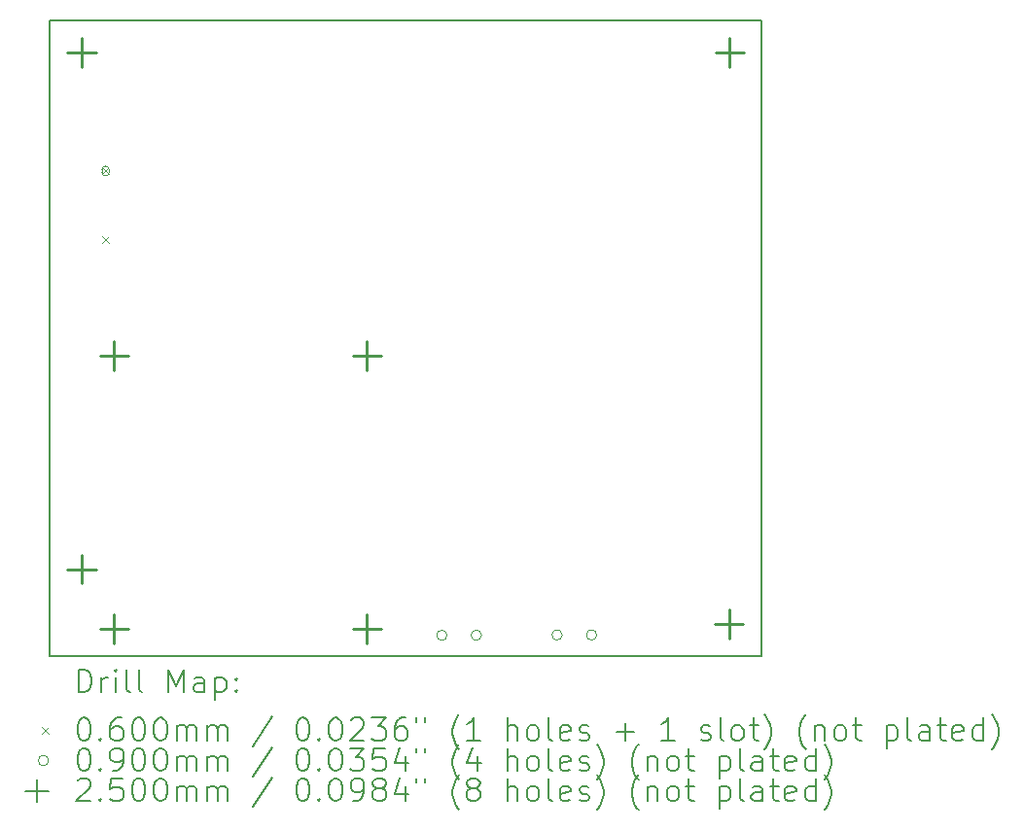
<source format=gbr>
%TF.GenerationSoftware,KiCad,Pcbnew,7.0.9-7.0.9~ubuntu22.04.1*%
%TF.CreationDate,2023-11-29T16:30:18+01:00*%
%TF.ProjectId,PD-LabSupply,50442d4c-6162-4537-9570-706c792e6b69,3.1*%
%TF.SameCoordinates,Original*%
%TF.FileFunction,Drillmap*%
%TF.FilePolarity,Positive*%
%FSLAX45Y45*%
G04 Gerber Fmt 4.5, Leading zero omitted, Abs format (unit mm)*
G04 Created by KiCad (PCBNEW 7.0.9-7.0.9~ubuntu22.04.1) date 2023-11-29 16:30:18*
%MOMM*%
%LPD*%
G01*
G04 APERTURE LIST*
%ADD10C,0.150000*%
%ADD11C,0.200000*%
%ADD12C,0.100000*%
%ADD13C,0.250000*%
G04 APERTURE END LIST*
D10*
X14216800Y-8754800D02*
X8016800Y-8754800D01*
X8016800Y-5704000D01*
X8016800Y-5654400D01*
X8016800Y-4130400D01*
X8016800Y-4030400D01*
X8016800Y-3220000D01*
X14216800Y-3220000D01*
X14216800Y-8754800D01*
D11*
D12*
X8475600Y-4501000D02*
X8535600Y-4561000D01*
X8535600Y-4501000D02*
X8475600Y-4561000D01*
X8535600Y-4543500D02*
X8535600Y-4518500D01*
X8535600Y-4518500D02*
G75*
G03*
X8475600Y-4518500I-30000J0D01*
G01*
X8475600Y-4518500D02*
X8475600Y-4543500D01*
X8475600Y-4543500D02*
G75*
G03*
X8535600Y-4543500I30000J0D01*
G01*
X8475600Y-5101000D02*
X8535600Y-5161000D01*
X8535600Y-5101000D02*
X8475600Y-5161000D01*
X11478700Y-8575800D02*
G75*
G03*
X11478700Y-8575800I-45000J0D01*
G01*
X11778700Y-8575800D02*
G75*
G03*
X11778700Y-8575800I-45000J0D01*
G01*
X12482000Y-8572500D02*
G75*
G03*
X12482000Y-8572500I-45000J0D01*
G01*
X12782000Y-8572500D02*
G75*
G03*
X12782000Y-8572500I-45000J0D01*
G01*
D13*
X8300000Y-3375000D02*
X8300000Y-3625000D01*
X8175000Y-3500000D02*
X8425000Y-3500000D01*
X8300000Y-7875000D02*
X8300000Y-8125000D01*
X8175000Y-8000000D02*
X8425000Y-8000000D01*
X8581240Y-6013400D02*
X8581240Y-6263400D01*
X8456240Y-6138400D02*
X8706240Y-6138400D01*
X8581240Y-8393400D02*
X8581240Y-8643400D01*
X8456240Y-8518400D02*
X8706240Y-8518400D01*
X10781240Y-6013400D02*
X10781240Y-6263400D01*
X10656240Y-6138400D02*
X10906240Y-6138400D01*
X10781240Y-8393400D02*
X10781240Y-8643400D01*
X10656240Y-8518400D02*
X10906240Y-8518400D01*
X13933200Y-8351000D02*
X13933200Y-8601000D01*
X13808200Y-8476000D02*
X14058200Y-8476000D01*
X13940000Y-3375000D02*
X13940000Y-3625000D01*
X13815000Y-3500000D02*
X14065000Y-3500000D01*
D11*
X8270077Y-9073784D02*
X8270077Y-8873784D01*
X8270077Y-8873784D02*
X8317696Y-8873784D01*
X8317696Y-8873784D02*
X8346267Y-8883308D01*
X8346267Y-8883308D02*
X8365315Y-8902355D01*
X8365315Y-8902355D02*
X8374839Y-8921403D01*
X8374839Y-8921403D02*
X8384362Y-8959498D01*
X8384362Y-8959498D02*
X8384362Y-8988070D01*
X8384362Y-8988070D02*
X8374839Y-9026165D01*
X8374839Y-9026165D02*
X8365315Y-9045212D01*
X8365315Y-9045212D02*
X8346267Y-9064260D01*
X8346267Y-9064260D02*
X8317696Y-9073784D01*
X8317696Y-9073784D02*
X8270077Y-9073784D01*
X8470077Y-9073784D02*
X8470077Y-8940450D01*
X8470077Y-8978546D02*
X8479601Y-8959498D01*
X8479601Y-8959498D02*
X8489124Y-8949974D01*
X8489124Y-8949974D02*
X8508172Y-8940450D01*
X8508172Y-8940450D02*
X8527220Y-8940450D01*
X8593886Y-9073784D02*
X8593886Y-8940450D01*
X8593886Y-8873784D02*
X8584363Y-8883308D01*
X8584363Y-8883308D02*
X8593886Y-8892831D01*
X8593886Y-8892831D02*
X8603410Y-8883308D01*
X8603410Y-8883308D02*
X8593886Y-8873784D01*
X8593886Y-8873784D02*
X8593886Y-8892831D01*
X8717696Y-9073784D02*
X8698648Y-9064260D01*
X8698648Y-9064260D02*
X8689124Y-9045212D01*
X8689124Y-9045212D02*
X8689124Y-8873784D01*
X8822458Y-9073784D02*
X8803410Y-9064260D01*
X8803410Y-9064260D02*
X8793886Y-9045212D01*
X8793886Y-9045212D02*
X8793886Y-8873784D01*
X9051029Y-9073784D02*
X9051029Y-8873784D01*
X9051029Y-8873784D02*
X9117696Y-9016641D01*
X9117696Y-9016641D02*
X9184363Y-8873784D01*
X9184363Y-8873784D02*
X9184363Y-9073784D01*
X9365315Y-9073784D02*
X9365315Y-8969022D01*
X9365315Y-8969022D02*
X9355791Y-8949974D01*
X9355791Y-8949974D02*
X9336744Y-8940450D01*
X9336744Y-8940450D02*
X9298648Y-8940450D01*
X9298648Y-8940450D02*
X9279601Y-8949974D01*
X9365315Y-9064260D02*
X9346267Y-9073784D01*
X9346267Y-9073784D02*
X9298648Y-9073784D01*
X9298648Y-9073784D02*
X9279601Y-9064260D01*
X9279601Y-9064260D02*
X9270077Y-9045212D01*
X9270077Y-9045212D02*
X9270077Y-9026165D01*
X9270077Y-9026165D02*
X9279601Y-9007117D01*
X9279601Y-9007117D02*
X9298648Y-8997593D01*
X9298648Y-8997593D02*
X9346267Y-8997593D01*
X9346267Y-8997593D02*
X9365315Y-8988070D01*
X9460553Y-8940450D02*
X9460553Y-9140450D01*
X9460553Y-8949974D02*
X9479601Y-8940450D01*
X9479601Y-8940450D02*
X9517696Y-8940450D01*
X9517696Y-8940450D02*
X9536744Y-8949974D01*
X9536744Y-8949974D02*
X9546267Y-8959498D01*
X9546267Y-8959498D02*
X9555791Y-8978546D01*
X9555791Y-8978546D02*
X9555791Y-9035689D01*
X9555791Y-9035689D02*
X9546267Y-9054736D01*
X9546267Y-9054736D02*
X9536744Y-9064260D01*
X9536744Y-9064260D02*
X9517696Y-9073784D01*
X9517696Y-9073784D02*
X9479601Y-9073784D01*
X9479601Y-9073784D02*
X9460553Y-9064260D01*
X9641505Y-9054736D02*
X9651029Y-9064260D01*
X9651029Y-9064260D02*
X9641505Y-9073784D01*
X9641505Y-9073784D02*
X9631982Y-9064260D01*
X9631982Y-9064260D02*
X9641505Y-9054736D01*
X9641505Y-9054736D02*
X9641505Y-9073784D01*
X9641505Y-8949974D02*
X9651029Y-8959498D01*
X9651029Y-8959498D02*
X9641505Y-8969022D01*
X9641505Y-8969022D02*
X9631982Y-8959498D01*
X9631982Y-8959498D02*
X9641505Y-8949974D01*
X9641505Y-8949974D02*
X9641505Y-8969022D01*
D12*
X7949300Y-9372300D02*
X8009300Y-9432300D01*
X8009300Y-9372300D02*
X7949300Y-9432300D01*
D11*
X8308172Y-9293784D02*
X8327220Y-9293784D01*
X8327220Y-9293784D02*
X8346267Y-9303308D01*
X8346267Y-9303308D02*
X8355791Y-9312831D01*
X8355791Y-9312831D02*
X8365315Y-9331879D01*
X8365315Y-9331879D02*
X8374839Y-9369974D01*
X8374839Y-9369974D02*
X8374839Y-9417593D01*
X8374839Y-9417593D02*
X8365315Y-9455689D01*
X8365315Y-9455689D02*
X8355791Y-9474736D01*
X8355791Y-9474736D02*
X8346267Y-9484260D01*
X8346267Y-9484260D02*
X8327220Y-9493784D01*
X8327220Y-9493784D02*
X8308172Y-9493784D01*
X8308172Y-9493784D02*
X8289124Y-9484260D01*
X8289124Y-9484260D02*
X8279601Y-9474736D01*
X8279601Y-9474736D02*
X8270077Y-9455689D01*
X8270077Y-9455689D02*
X8260553Y-9417593D01*
X8260553Y-9417593D02*
X8260553Y-9369974D01*
X8260553Y-9369974D02*
X8270077Y-9331879D01*
X8270077Y-9331879D02*
X8279601Y-9312831D01*
X8279601Y-9312831D02*
X8289124Y-9303308D01*
X8289124Y-9303308D02*
X8308172Y-9293784D01*
X8460553Y-9474736D02*
X8470077Y-9484260D01*
X8470077Y-9484260D02*
X8460553Y-9493784D01*
X8460553Y-9493784D02*
X8451029Y-9484260D01*
X8451029Y-9484260D02*
X8460553Y-9474736D01*
X8460553Y-9474736D02*
X8460553Y-9493784D01*
X8641505Y-9293784D02*
X8603410Y-9293784D01*
X8603410Y-9293784D02*
X8584363Y-9303308D01*
X8584363Y-9303308D02*
X8574839Y-9312831D01*
X8574839Y-9312831D02*
X8555791Y-9341403D01*
X8555791Y-9341403D02*
X8546267Y-9379498D01*
X8546267Y-9379498D02*
X8546267Y-9455689D01*
X8546267Y-9455689D02*
X8555791Y-9474736D01*
X8555791Y-9474736D02*
X8565315Y-9484260D01*
X8565315Y-9484260D02*
X8584363Y-9493784D01*
X8584363Y-9493784D02*
X8622458Y-9493784D01*
X8622458Y-9493784D02*
X8641505Y-9484260D01*
X8641505Y-9484260D02*
X8651029Y-9474736D01*
X8651029Y-9474736D02*
X8660553Y-9455689D01*
X8660553Y-9455689D02*
X8660553Y-9408070D01*
X8660553Y-9408070D02*
X8651029Y-9389022D01*
X8651029Y-9389022D02*
X8641505Y-9379498D01*
X8641505Y-9379498D02*
X8622458Y-9369974D01*
X8622458Y-9369974D02*
X8584363Y-9369974D01*
X8584363Y-9369974D02*
X8565315Y-9379498D01*
X8565315Y-9379498D02*
X8555791Y-9389022D01*
X8555791Y-9389022D02*
X8546267Y-9408070D01*
X8784363Y-9293784D02*
X8803410Y-9293784D01*
X8803410Y-9293784D02*
X8822458Y-9303308D01*
X8822458Y-9303308D02*
X8831982Y-9312831D01*
X8831982Y-9312831D02*
X8841505Y-9331879D01*
X8841505Y-9331879D02*
X8851029Y-9369974D01*
X8851029Y-9369974D02*
X8851029Y-9417593D01*
X8851029Y-9417593D02*
X8841505Y-9455689D01*
X8841505Y-9455689D02*
X8831982Y-9474736D01*
X8831982Y-9474736D02*
X8822458Y-9484260D01*
X8822458Y-9484260D02*
X8803410Y-9493784D01*
X8803410Y-9493784D02*
X8784363Y-9493784D01*
X8784363Y-9493784D02*
X8765315Y-9484260D01*
X8765315Y-9484260D02*
X8755791Y-9474736D01*
X8755791Y-9474736D02*
X8746267Y-9455689D01*
X8746267Y-9455689D02*
X8736744Y-9417593D01*
X8736744Y-9417593D02*
X8736744Y-9369974D01*
X8736744Y-9369974D02*
X8746267Y-9331879D01*
X8746267Y-9331879D02*
X8755791Y-9312831D01*
X8755791Y-9312831D02*
X8765315Y-9303308D01*
X8765315Y-9303308D02*
X8784363Y-9293784D01*
X8974839Y-9293784D02*
X8993886Y-9293784D01*
X8993886Y-9293784D02*
X9012934Y-9303308D01*
X9012934Y-9303308D02*
X9022458Y-9312831D01*
X9022458Y-9312831D02*
X9031982Y-9331879D01*
X9031982Y-9331879D02*
X9041505Y-9369974D01*
X9041505Y-9369974D02*
X9041505Y-9417593D01*
X9041505Y-9417593D02*
X9031982Y-9455689D01*
X9031982Y-9455689D02*
X9022458Y-9474736D01*
X9022458Y-9474736D02*
X9012934Y-9484260D01*
X9012934Y-9484260D02*
X8993886Y-9493784D01*
X8993886Y-9493784D02*
X8974839Y-9493784D01*
X8974839Y-9493784D02*
X8955791Y-9484260D01*
X8955791Y-9484260D02*
X8946267Y-9474736D01*
X8946267Y-9474736D02*
X8936744Y-9455689D01*
X8936744Y-9455689D02*
X8927220Y-9417593D01*
X8927220Y-9417593D02*
X8927220Y-9369974D01*
X8927220Y-9369974D02*
X8936744Y-9331879D01*
X8936744Y-9331879D02*
X8946267Y-9312831D01*
X8946267Y-9312831D02*
X8955791Y-9303308D01*
X8955791Y-9303308D02*
X8974839Y-9293784D01*
X9127220Y-9493784D02*
X9127220Y-9360450D01*
X9127220Y-9379498D02*
X9136744Y-9369974D01*
X9136744Y-9369974D02*
X9155791Y-9360450D01*
X9155791Y-9360450D02*
X9184363Y-9360450D01*
X9184363Y-9360450D02*
X9203410Y-9369974D01*
X9203410Y-9369974D02*
X9212934Y-9389022D01*
X9212934Y-9389022D02*
X9212934Y-9493784D01*
X9212934Y-9389022D02*
X9222458Y-9369974D01*
X9222458Y-9369974D02*
X9241505Y-9360450D01*
X9241505Y-9360450D02*
X9270077Y-9360450D01*
X9270077Y-9360450D02*
X9289125Y-9369974D01*
X9289125Y-9369974D02*
X9298648Y-9389022D01*
X9298648Y-9389022D02*
X9298648Y-9493784D01*
X9393886Y-9493784D02*
X9393886Y-9360450D01*
X9393886Y-9379498D02*
X9403410Y-9369974D01*
X9403410Y-9369974D02*
X9422458Y-9360450D01*
X9422458Y-9360450D02*
X9451029Y-9360450D01*
X9451029Y-9360450D02*
X9470077Y-9369974D01*
X9470077Y-9369974D02*
X9479601Y-9389022D01*
X9479601Y-9389022D02*
X9479601Y-9493784D01*
X9479601Y-9389022D02*
X9489125Y-9369974D01*
X9489125Y-9369974D02*
X9508172Y-9360450D01*
X9508172Y-9360450D02*
X9536744Y-9360450D01*
X9536744Y-9360450D02*
X9555791Y-9369974D01*
X9555791Y-9369974D02*
X9565315Y-9389022D01*
X9565315Y-9389022D02*
X9565315Y-9493784D01*
X9955791Y-9284260D02*
X9784363Y-9541403D01*
X10212934Y-9293784D02*
X10231982Y-9293784D01*
X10231982Y-9293784D02*
X10251029Y-9303308D01*
X10251029Y-9303308D02*
X10260553Y-9312831D01*
X10260553Y-9312831D02*
X10270077Y-9331879D01*
X10270077Y-9331879D02*
X10279601Y-9369974D01*
X10279601Y-9369974D02*
X10279601Y-9417593D01*
X10279601Y-9417593D02*
X10270077Y-9455689D01*
X10270077Y-9455689D02*
X10260553Y-9474736D01*
X10260553Y-9474736D02*
X10251029Y-9484260D01*
X10251029Y-9484260D02*
X10231982Y-9493784D01*
X10231982Y-9493784D02*
X10212934Y-9493784D01*
X10212934Y-9493784D02*
X10193887Y-9484260D01*
X10193887Y-9484260D02*
X10184363Y-9474736D01*
X10184363Y-9474736D02*
X10174839Y-9455689D01*
X10174839Y-9455689D02*
X10165315Y-9417593D01*
X10165315Y-9417593D02*
X10165315Y-9369974D01*
X10165315Y-9369974D02*
X10174839Y-9331879D01*
X10174839Y-9331879D02*
X10184363Y-9312831D01*
X10184363Y-9312831D02*
X10193887Y-9303308D01*
X10193887Y-9303308D02*
X10212934Y-9293784D01*
X10365315Y-9474736D02*
X10374839Y-9484260D01*
X10374839Y-9484260D02*
X10365315Y-9493784D01*
X10365315Y-9493784D02*
X10355791Y-9484260D01*
X10355791Y-9484260D02*
X10365315Y-9474736D01*
X10365315Y-9474736D02*
X10365315Y-9493784D01*
X10498648Y-9293784D02*
X10517696Y-9293784D01*
X10517696Y-9293784D02*
X10536744Y-9303308D01*
X10536744Y-9303308D02*
X10546268Y-9312831D01*
X10546268Y-9312831D02*
X10555791Y-9331879D01*
X10555791Y-9331879D02*
X10565315Y-9369974D01*
X10565315Y-9369974D02*
X10565315Y-9417593D01*
X10565315Y-9417593D02*
X10555791Y-9455689D01*
X10555791Y-9455689D02*
X10546268Y-9474736D01*
X10546268Y-9474736D02*
X10536744Y-9484260D01*
X10536744Y-9484260D02*
X10517696Y-9493784D01*
X10517696Y-9493784D02*
X10498648Y-9493784D01*
X10498648Y-9493784D02*
X10479601Y-9484260D01*
X10479601Y-9484260D02*
X10470077Y-9474736D01*
X10470077Y-9474736D02*
X10460553Y-9455689D01*
X10460553Y-9455689D02*
X10451029Y-9417593D01*
X10451029Y-9417593D02*
X10451029Y-9369974D01*
X10451029Y-9369974D02*
X10460553Y-9331879D01*
X10460553Y-9331879D02*
X10470077Y-9312831D01*
X10470077Y-9312831D02*
X10479601Y-9303308D01*
X10479601Y-9303308D02*
X10498648Y-9293784D01*
X10641506Y-9312831D02*
X10651029Y-9303308D01*
X10651029Y-9303308D02*
X10670077Y-9293784D01*
X10670077Y-9293784D02*
X10717696Y-9293784D01*
X10717696Y-9293784D02*
X10736744Y-9303308D01*
X10736744Y-9303308D02*
X10746268Y-9312831D01*
X10746268Y-9312831D02*
X10755791Y-9331879D01*
X10755791Y-9331879D02*
X10755791Y-9350927D01*
X10755791Y-9350927D02*
X10746268Y-9379498D01*
X10746268Y-9379498D02*
X10631982Y-9493784D01*
X10631982Y-9493784D02*
X10755791Y-9493784D01*
X10822458Y-9293784D02*
X10946268Y-9293784D01*
X10946268Y-9293784D02*
X10879601Y-9369974D01*
X10879601Y-9369974D02*
X10908172Y-9369974D01*
X10908172Y-9369974D02*
X10927220Y-9379498D01*
X10927220Y-9379498D02*
X10936744Y-9389022D01*
X10936744Y-9389022D02*
X10946268Y-9408070D01*
X10946268Y-9408070D02*
X10946268Y-9455689D01*
X10946268Y-9455689D02*
X10936744Y-9474736D01*
X10936744Y-9474736D02*
X10927220Y-9484260D01*
X10927220Y-9484260D02*
X10908172Y-9493784D01*
X10908172Y-9493784D02*
X10851029Y-9493784D01*
X10851029Y-9493784D02*
X10831982Y-9484260D01*
X10831982Y-9484260D02*
X10822458Y-9474736D01*
X11117696Y-9293784D02*
X11079601Y-9293784D01*
X11079601Y-9293784D02*
X11060553Y-9303308D01*
X11060553Y-9303308D02*
X11051029Y-9312831D01*
X11051029Y-9312831D02*
X11031982Y-9341403D01*
X11031982Y-9341403D02*
X11022458Y-9379498D01*
X11022458Y-9379498D02*
X11022458Y-9455689D01*
X11022458Y-9455689D02*
X11031982Y-9474736D01*
X11031982Y-9474736D02*
X11041506Y-9484260D01*
X11041506Y-9484260D02*
X11060553Y-9493784D01*
X11060553Y-9493784D02*
X11098649Y-9493784D01*
X11098649Y-9493784D02*
X11117696Y-9484260D01*
X11117696Y-9484260D02*
X11127220Y-9474736D01*
X11127220Y-9474736D02*
X11136744Y-9455689D01*
X11136744Y-9455689D02*
X11136744Y-9408070D01*
X11136744Y-9408070D02*
X11127220Y-9389022D01*
X11127220Y-9389022D02*
X11117696Y-9379498D01*
X11117696Y-9379498D02*
X11098649Y-9369974D01*
X11098649Y-9369974D02*
X11060553Y-9369974D01*
X11060553Y-9369974D02*
X11041506Y-9379498D01*
X11041506Y-9379498D02*
X11031982Y-9389022D01*
X11031982Y-9389022D02*
X11022458Y-9408070D01*
X11212934Y-9293784D02*
X11212934Y-9331879D01*
X11289125Y-9293784D02*
X11289125Y-9331879D01*
X11584363Y-9569974D02*
X11574839Y-9560450D01*
X11574839Y-9560450D02*
X11555791Y-9531879D01*
X11555791Y-9531879D02*
X11546268Y-9512831D01*
X11546268Y-9512831D02*
X11536744Y-9484260D01*
X11536744Y-9484260D02*
X11527220Y-9436641D01*
X11527220Y-9436641D02*
X11527220Y-9398546D01*
X11527220Y-9398546D02*
X11536744Y-9350927D01*
X11536744Y-9350927D02*
X11546268Y-9322355D01*
X11546268Y-9322355D02*
X11555791Y-9303308D01*
X11555791Y-9303308D02*
X11574839Y-9274736D01*
X11574839Y-9274736D02*
X11584363Y-9265212D01*
X11765315Y-9493784D02*
X11651029Y-9493784D01*
X11708172Y-9493784D02*
X11708172Y-9293784D01*
X11708172Y-9293784D02*
X11689125Y-9322355D01*
X11689125Y-9322355D02*
X11670077Y-9341403D01*
X11670077Y-9341403D02*
X11651029Y-9350927D01*
X12003410Y-9493784D02*
X12003410Y-9293784D01*
X12089125Y-9493784D02*
X12089125Y-9389022D01*
X12089125Y-9389022D02*
X12079601Y-9369974D01*
X12079601Y-9369974D02*
X12060553Y-9360450D01*
X12060553Y-9360450D02*
X12031982Y-9360450D01*
X12031982Y-9360450D02*
X12012934Y-9369974D01*
X12012934Y-9369974D02*
X12003410Y-9379498D01*
X12212934Y-9493784D02*
X12193887Y-9484260D01*
X12193887Y-9484260D02*
X12184363Y-9474736D01*
X12184363Y-9474736D02*
X12174839Y-9455689D01*
X12174839Y-9455689D02*
X12174839Y-9398546D01*
X12174839Y-9398546D02*
X12184363Y-9379498D01*
X12184363Y-9379498D02*
X12193887Y-9369974D01*
X12193887Y-9369974D02*
X12212934Y-9360450D01*
X12212934Y-9360450D02*
X12241506Y-9360450D01*
X12241506Y-9360450D02*
X12260553Y-9369974D01*
X12260553Y-9369974D02*
X12270077Y-9379498D01*
X12270077Y-9379498D02*
X12279601Y-9398546D01*
X12279601Y-9398546D02*
X12279601Y-9455689D01*
X12279601Y-9455689D02*
X12270077Y-9474736D01*
X12270077Y-9474736D02*
X12260553Y-9484260D01*
X12260553Y-9484260D02*
X12241506Y-9493784D01*
X12241506Y-9493784D02*
X12212934Y-9493784D01*
X12393887Y-9493784D02*
X12374839Y-9484260D01*
X12374839Y-9484260D02*
X12365315Y-9465212D01*
X12365315Y-9465212D02*
X12365315Y-9293784D01*
X12546268Y-9484260D02*
X12527220Y-9493784D01*
X12527220Y-9493784D02*
X12489125Y-9493784D01*
X12489125Y-9493784D02*
X12470077Y-9484260D01*
X12470077Y-9484260D02*
X12460553Y-9465212D01*
X12460553Y-9465212D02*
X12460553Y-9389022D01*
X12460553Y-9389022D02*
X12470077Y-9369974D01*
X12470077Y-9369974D02*
X12489125Y-9360450D01*
X12489125Y-9360450D02*
X12527220Y-9360450D01*
X12527220Y-9360450D02*
X12546268Y-9369974D01*
X12546268Y-9369974D02*
X12555791Y-9389022D01*
X12555791Y-9389022D02*
X12555791Y-9408070D01*
X12555791Y-9408070D02*
X12460553Y-9427117D01*
X12631982Y-9484260D02*
X12651030Y-9493784D01*
X12651030Y-9493784D02*
X12689125Y-9493784D01*
X12689125Y-9493784D02*
X12708172Y-9484260D01*
X12708172Y-9484260D02*
X12717696Y-9465212D01*
X12717696Y-9465212D02*
X12717696Y-9455689D01*
X12717696Y-9455689D02*
X12708172Y-9436641D01*
X12708172Y-9436641D02*
X12689125Y-9427117D01*
X12689125Y-9427117D02*
X12660553Y-9427117D01*
X12660553Y-9427117D02*
X12641506Y-9417593D01*
X12641506Y-9417593D02*
X12631982Y-9398546D01*
X12631982Y-9398546D02*
X12631982Y-9389022D01*
X12631982Y-9389022D02*
X12641506Y-9369974D01*
X12641506Y-9369974D02*
X12660553Y-9360450D01*
X12660553Y-9360450D02*
X12689125Y-9360450D01*
X12689125Y-9360450D02*
X12708172Y-9369974D01*
X12955792Y-9417593D02*
X13108173Y-9417593D01*
X13031982Y-9493784D02*
X13031982Y-9341403D01*
X13460553Y-9493784D02*
X13346268Y-9493784D01*
X13403411Y-9493784D02*
X13403411Y-9293784D01*
X13403411Y-9293784D02*
X13384363Y-9322355D01*
X13384363Y-9322355D02*
X13365315Y-9341403D01*
X13365315Y-9341403D02*
X13346268Y-9350927D01*
X13689125Y-9484260D02*
X13708173Y-9493784D01*
X13708173Y-9493784D02*
X13746268Y-9493784D01*
X13746268Y-9493784D02*
X13765315Y-9484260D01*
X13765315Y-9484260D02*
X13774839Y-9465212D01*
X13774839Y-9465212D02*
X13774839Y-9455689D01*
X13774839Y-9455689D02*
X13765315Y-9436641D01*
X13765315Y-9436641D02*
X13746268Y-9427117D01*
X13746268Y-9427117D02*
X13717696Y-9427117D01*
X13717696Y-9427117D02*
X13698649Y-9417593D01*
X13698649Y-9417593D02*
X13689125Y-9398546D01*
X13689125Y-9398546D02*
X13689125Y-9389022D01*
X13689125Y-9389022D02*
X13698649Y-9369974D01*
X13698649Y-9369974D02*
X13717696Y-9360450D01*
X13717696Y-9360450D02*
X13746268Y-9360450D01*
X13746268Y-9360450D02*
X13765315Y-9369974D01*
X13889125Y-9493784D02*
X13870077Y-9484260D01*
X13870077Y-9484260D02*
X13860554Y-9465212D01*
X13860554Y-9465212D02*
X13860554Y-9293784D01*
X13993887Y-9493784D02*
X13974839Y-9484260D01*
X13974839Y-9484260D02*
X13965315Y-9474736D01*
X13965315Y-9474736D02*
X13955792Y-9455689D01*
X13955792Y-9455689D02*
X13955792Y-9398546D01*
X13955792Y-9398546D02*
X13965315Y-9379498D01*
X13965315Y-9379498D02*
X13974839Y-9369974D01*
X13974839Y-9369974D02*
X13993887Y-9360450D01*
X13993887Y-9360450D02*
X14022458Y-9360450D01*
X14022458Y-9360450D02*
X14041506Y-9369974D01*
X14041506Y-9369974D02*
X14051030Y-9379498D01*
X14051030Y-9379498D02*
X14060554Y-9398546D01*
X14060554Y-9398546D02*
X14060554Y-9455689D01*
X14060554Y-9455689D02*
X14051030Y-9474736D01*
X14051030Y-9474736D02*
X14041506Y-9484260D01*
X14041506Y-9484260D02*
X14022458Y-9493784D01*
X14022458Y-9493784D02*
X13993887Y-9493784D01*
X14117696Y-9360450D02*
X14193887Y-9360450D01*
X14146268Y-9293784D02*
X14146268Y-9465212D01*
X14146268Y-9465212D02*
X14155792Y-9484260D01*
X14155792Y-9484260D02*
X14174839Y-9493784D01*
X14174839Y-9493784D02*
X14193887Y-9493784D01*
X14241506Y-9569974D02*
X14251030Y-9560450D01*
X14251030Y-9560450D02*
X14270077Y-9531879D01*
X14270077Y-9531879D02*
X14279601Y-9512831D01*
X14279601Y-9512831D02*
X14289125Y-9484260D01*
X14289125Y-9484260D02*
X14298649Y-9436641D01*
X14298649Y-9436641D02*
X14298649Y-9398546D01*
X14298649Y-9398546D02*
X14289125Y-9350927D01*
X14289125Y-9350927D02*
X14279601Y-9322355D01*
X14279601Y-9322355D02*
X14270077Y-9303308D01*
X14270077Y-9303308D02*
X14251030Y-9274736D01*
X14251030Y-9274736D02*
X14241506Y-9265212D01*
X14603411Y-9569974D02*
X14593887Y-9560450D01*
X14593887Y-9560450D02*
X14574839Y-9531879D01*
X14574839Y-9531879D02*
X14565315Y-9512831D01*
X14565315Y-9512831D02*
X14555792Y-9484260D01*
X14555792Y-9484260D02*
X14546268Y-9436641D01*
X14546268Y-9436641D02*
X14546268Y-9398546D01*
X14546268Y-9398546D02*
X14555792Y-9350927D01*
X14555792Y-9350927D02*
X14565315Y-9322355D01*
X14565315Y-9322355D02*
X14574839Y-9303308D01*
X14574839Y-9303308D02*
X14593887Y-9274736D01*
X14593887Y-9274736D02*
X14603411Y-9265212D01*
X14679601Y-9360450D02*
X14679601Y-9493784D01*
X14679601Y-9379498D02*
X14689125Y-9369974D01*
X14689125Y-9369974D02*
X14708173Y-9360450D01*
X14708173Y-9360450D02*
X14736744Y-9360450D01*
X14736744Y-9360450D02*
X14755792Y-9369974D01*
X14755792Y-9369974D02*
X14765315Y-9389022D01*
X14765315Y-9389022D02*
X14765315Y-9493784D01*
X14889125Y-9493784D02*
X14870077Y-9484260D01*
X14870077Y-9484260D02*
X14860554Y-9474736D01*
X14860554Y-9474736D02*
X14851030Y-9455689D01*
X14851030Y-9455689D02*
X14851030Y-9398546D01*
X14851030Y-9398546D02*
X14860554Y-9379498D01*
X14860554Y-9379498D02*
X14870077Y-9369974D01*
X14870077Y-9369974D02*
X14889125Y-9360450D01*
X14889125Y-9360450D02*
X14917696Y-9360450D01*
X14917696Y-9360450D02*
X14936744Y-9369974D01*
X14936744Y-9369974D02*
X14946268Y-9379498D01*
X14946268Y-9379498D02*
X14955792Y-9398546D01*
X14955792Y-9398546D02*
X14955792Y-9455689D01*
X14955792Y-9455689D02*
X14946268Y-9474736D01*
X14946268Y-9474736D02*
X14936744Y-9484260D01*
X14936744Y-9484260D02*
X14917696Y-9493784D01*
X14917696Y-9493784D02*
X14889125Y-9493784D01*
X15012935Y-9360450D02*
X15089125Y-9360450D01*
X15041506Y-9293784D02*
X15041506Y-9465212D01*
X15041506Y-9465212D02*
X15051030Y-9484260D01*
X15051030Y-9484260D02*
X15070077Y-9493784D01*
X15070077Y-9493784D02*
X15089125Y-9493784D01*
X15308173Y-9360450D02*
X15308173Y-9560450D01*
X15308173Y-9369974D02*
X15327220Y-9360450D01*
X15327220Y-9360450D02*
X15365316Y-9360450D01*
X15365316Y-9360450D02*
X15384363Y-9369974D01*
X15384363Y-9369974D02*
X15393887Y-9379498D01*
X15393887Y-9379498D02*
X15403411Y-9398546D01*
X15403411Y-9398546D02*
X15403411Y-9455689D01*
X15403411Y-9455689D02*
X15393887Y-9474736D01*
X15393887Y-9474736D02*
X15384363Y-9484260D01*
X15384363Y-9484260D02*
X15365316Y-9493784D01*
X15365316Y-9493784D02*
X15327220Y-9493784D01*
X15327220Y-9493784D02*
X15308173Y-9484260D01*
X15517696Y-9493784D02*
X15498649Y-9484260D01*
X15498649Y-9484260D02*
X15489125Y-9465212D01*
X15489125Y-9465212D02*
X15489125Y-9293784D01*
X15679601Y-9493784D02*
X15679601Y-9389022D01*
X15679601Y-9389022D02*
X15670077Y-9369974D01*
X15670077Y-9369974D02*
X15651030Y-9360450D01*
X15651030Y-9360450D02*
X15612935Y-9360450D01*
X15612935Y-9360450D02*
X15593887Y-9369974D01*
X15679601Y-9484260D02*
X15660554Y-9493784D01*
X15660554Y-9493784D02*
X15612935Y-9493784D01*
X15612935Y-9493784D02*
X15593887Y-9484260D01*
X15593887Y-9484260D02*
X15584363Y-9465212D01*
X15584363Y-9465212D02*
X15584363Y-9446165D01*
X15584363Y-9446165D02*
X15593887Y-9427117D01*
X15593887Y-9427117D02*
X15612935Y-9417593D01*
X15612935Y-9417593D02*
X15660554Y-9417593D01*
X15660554Y-9417593D02*
X15679601Y-9408070D01*
X15746268Y-9360450D02*
X15822458Y-9360450D01*
X15774839Y-9293784D02*
X15774839Y-9465212D01*
X15774839Y-9465212D02*
X15784363Y-9484260D01*
X15784363Y-9484260D02*
X15803411Y-9493784D01*
X15803411Y-9493784D02*
X15822458Y-9493784D01*
X15965316Y-9484260D02*
X15946268Y-9493784D01*
X15946268Y-9493784D02*
X15908173Y-9493784D01*
X15908173Y-9493784D02*
X15889125Y-9484260D01*
X15889125Y-9484260D02*
X15879601Y-9465212D01*
X15879601Y-9465212D02*
X15879601Y-9389022D01*
X15879601Y-9389022D02*
X15889125Y-9369974D01*
X15889125Y-9369974D02*
X15908173Y-9360450D01*
X15908173Y-9360450D02*
X15946268Y-9360450D01*
X15946268Y-9360450D02*
X15965316Y-9369974D01*
X15965316Y-9369974D02*
X15974839Y-9389022D01*
X15974839Y-9389022D02*
X15974839Y-9408070D01*
X15974839Y-9408070D02*
X15879601Y-9427117D01*
X16146268Y-9493784D02*
X16146268Y-9293784D01*
X16146268Y-9484260D02*
X16127220Y-9493784D01*
X16127220Y-9493784D02*
X16089125Y-9493784D01*
X16089125Y-9493784D02*
X16070077Y-9484260D01*
X16070077Y-9484260D02*
X16060554Y-9474736D01*
X16060554Y-9474736D02*
X16051030Y-9455689D01*
X16051030Y-9455689D02*
X16051030Y-9398546D01*
X16051030Y-9398546D02*
X16060554Y-9379498D01*
X16060554Y-9379498D02*
X16070077Y-9369974D01*
X16070077Y-9369974D02*
X16089125Y-9360450D01*
X16089125Y-9360450D02*
X16127220Y-9360450D01*
X16127220Y-9360450D02*
X16146268Y-9369974D01*
X16222458Y-9569974D02*
X16231982Y-9560450D01*
X16231982Y-9560450D02*
X16251030Y-9531879D01*
X16251030Y-9531879D02*
X16260554Y-9512831D01*
X16260554Y-9512831D02*
X16270077Y-9484260D01*
X16270077Y-9484260D02*
X16279601Y-9436641D01*
X16279601Y-9436641D02*
X16279601Y-9398546D01*
X16279601Y-9398546D02*
X16270077Y-9350927D01*
X16270077Y-9350927D02*
X16260554Y-9322355D01*
X16260554Y-9322355D02*
X16251030Y-9303308D01*
X16251030Y-9303308D02*
X16231982Y-9274736D01*
X16231982Y-9274736D02*
X16222458Y-9265212D01*
D12*
X8009300Y-9666300D02*
G75*
G03*
X8009300Y-9666300I-45000J0D01*
G01*
D11*
X8308172Y-9557784D02*
X8327220Y-9557784D01*
X8327220Y-9557784D02*
X8346267Y-9567308D01*
X8346267Y-9567308D02*
X8355791Y-9576831D01*
X8355791Y-9576831D02*
X8365315Y-9595879D01*
X8365315Y-9595879D02*
X8374839Y-9633974D01*
X8374839Y-9633974D02*
X8374839Y-9681593D01*
X8374839Y-9681593D02*
X8365315Y-9719689D01*
X8365315Y-9719689D02*
X8355791Y-9738736D01*
X8355791Y-9738736D02*
X8346267Y-9748260D01*
X8346267Y-9748260D02*
X8327220Y-9757784D01*
X8327220Y-9757784D02*
X8308172Y-9757784D01*
X8308172Y-9757784D02*
X8289124Y-9748260D01*
X8289124Y-9748260D02*
X8279601Y-9738736D01*
X8279601Y-9738736D02*
X8270077Y-9719689D01*
X8270077Y-9719689D02*
X8260553Y-9681593D01*
X8260553Y-9681593D02*
X8260553Y-9633974D01*
X8260553Y-9633974D02*
X8270077Y-9595879D01*
X8270077Y-9595879D02*
X8279601Y-9576831D01*
X8279601Y-9576831D02*
X8289124Y-9567308D01*
X8289124Y-9567308D02*
X8308172Y-9557784D01*
X8460553Y-9738736D02*
X8470077Y-9748260D01*
X8470077Y-9748260D02*
X8460553Y-9757784D01*
X8460553Y-9757784D02*
X8451029Y-9748260D01*
X8451029Y-9748260D02*
X8460553Y-9738736D01*
X8460553Y-9738736D02*
X8460553Y-9757784D01*
X8565315Y-9757784D02*
X8603410Y-9757784D01*
X8603410Y-9757784D02*
X8622458Y-9748260D01*
X8622458Y-9748260D02*
X8631982Y-9738736D01*
X8631982Y-9738736D02*
X8651029Y-9710165D01*
X8651029Y-9710165D02*
X8660553Y-9672070D01*
X8660553Y-9672070D02*
X8660553Y-9595879D01*
X8660553Y-9595879D02*
X8651029Y-9576831D01*
X8651029Y-9576831D02*
X8641505Y-9567308D01*
X8641505Y-9567308D02*
X8622458Y-9557784D01*
X8622458Y-9557784D02*
X8584363Y-9557784D01*
X8584363Y-9557784D02*
X8565315Y-9567308D01*
X8565315Y-9567308D02*
X8555791Y-9576831D01*
X8555791Y-9576831D02*
X8546267Y-9595879D01*
X8546267Y-9595879D02*
X8546267Y-9643498D01*
X8546267Y-9643498D02*
X8555791Y-9662546D01*
X8555791Y-9662546D02*
X8565315Y-9672070D01*
X8565315Y-9672070D02*
X8584363Y-9681593D01*
X8584363Y-9681593D02*
X8622458Y-9681593D01*
X8622458Y-9681593D02*
X8641505Y-9672070D01*
X8641505Y-9672070D02*
X8651029Y-9662546D01*
X8651029Y-9662546D02*
X8660553Y-9643498D01*
X8784363Y-9557784D02*
X8803410Y-9557784D01*
X8803410Y-9557784D02*
X8822458Y-9567308D01*
X8822458Y-9567308D02*
X8831982Y-9576831D01*
X8831982Y-9576831D02*
X8841505Y-9595879D01*
X8841505Y-9595879D02*
X8851029Y-9633974D01*
X8851029Y-9633974D02*
X8851029Y-9681593D01*
X8851029Y-9681593D02*
X8841505Y-9719689D01*
X8841505Y-9719689D02*
X8831982Y-9738736D01*
X8831982Y-9738736D02*
X8822458Y-9748260D01*
X8822458Y-9748260D02*
X8803410Y-9757784D01*
X8803410Y-9757784D02*
X8784363Y-9757784D01*
X8784363Y-9757784D02*
X8765315Y-9748260D01*
X8765315Y-9748260D02*
X8755791Y-9738736D01*
X8755791Y-9738736D02*
X8746267Y-9719689D01*
X8746267Y-9719689D02*
X8736744Y-9681593D01*
X8736744Y-9681593D02*
X8736744Y-9633974D01*
X8736744Y-9633974D02*
X8746267Y-9595879D01*
X8746267Y-9595879D02*
X8755791Y-9576831D01*
X8755791Y-9576831D02*
X8765315Y-9567308D01*
X8765315Y-9567308D02*
X8784363Y-9557784D01*
X8974839Y-9557784D02*
X8993886Y-9557784D01*
X8993886Y-9557784D02*
X9012934Y-9567308D01*
X9012934Y-9567308D02*
X9022458Y-9576831D01*
X9022458Y-9576831D02*
X9031982Y-9595879D01*
X9031982Y-9595879D02*
X9041505Y-9633974D01*
X9041505Y-9633974D02*
X9041505Y-9681593D01*
X9041505Y-9681593D02*
X9031982Y-9719689D01*
X9031982Y-9719689D02*
X9022458Y-9738736D01*
X9022458Y-9738736D02*
X9012934Y-9748260D01*
X9012934Y-9748260D02*
X8993886Y-9757784D01*
X8993886Y-9757784D02*
X8974839Y-9757784D01*
X8974839Y-9757784D02*
X8955791Y-9748260D01*
X8955791Y-9748260D02*
X8946267Y-9738736D01*
X8946267Y-9738736D02*
X8936744Y-9719689D01*
X8936744Y-9719689D02*
X8927220Y-9681593D01*
X8927220Y-9681593D02*
X8927220Y-9633974D01*
X8927220Y-9633974D02*
X8936744Y-9595879D01*
X8936744Y-9595879D02*
X8946267Y-9576831D01*
X8946267Y-9576831D02*
X8955791Y-9567308D01*
X8955791Y-9567308D02*
X8974839Y-9557784D01*
X9127220Y-9757784D02*
X9127220Y-9624450D01*
X9127220Y-9643498D02*
X9136744Y-9633974D01*
X9136744Y-9633974D02*
X9155791Y-9624450D01*
X9155791Y-9624450D02*
X9184363Y-9624450D01*
X9184363Y-9624450D02*
X9203410Y-9633974D01*
X9203410Y-9633974D02*
X9212934Y-9653022D01*
X9212934Y-9653022D02*
X9212934Y-9757784D01*
X9212934Y-9653022D02*
X9222458Y-9633974D01*
X9222458Y-9633974D02*
X9241505Y-9624450D01*
X9241505Y-9624450D02*
X9270077Y-9624450D01*
X9270077Y-9624450D02*
X9289125Y-9633974D01*
X9289125Y-9633974D02*
X9298648Y-9653022D01*
X9298648Y-9653022D02*
X9298648Y-9757784D01*
X9393886Y-9757784D02*
X9393886Y-9624450D01*
X9393886Y-9643498D02*
X9403410Y-9633974D01*
X9403410Y-9633974D02*
X9422458Y-9624450D01*
X9422458Y-9624450D02*
X9451029Y-9624450D01*
X9451029Y-9624450D02*
X9470077Y-9633974D01*
X9470077Y-9633974D02*
X9479601Y-9653022D01*
X9479601Y-9653022D02*
X9479601Y-9757784D01*
X9479601Y-9653022D02*
X9489125Y-9633974D01*
X9489125Y-9633974D02*
X9508172Y-9624450D01*
X9508172Y-9624450D02*
X9536744Y-9624450D01*
X9536744Y-9624450D02*
X9555791Y-9633974D01*
X9555791Y-9633974D02*
X9565315Y-9653022D01*
X9565315Y-9653022D02*
X9565315Y-9757784D01*
X9955791Y-9548260D02*
X9784363Y-9805403D01*
X10212934Y-9557784D02*
X10231982Y-9557784D01*
X10231982Y-9557784D02*
X10251029Y-9567308D01*
X10251029Y-9567308D02*
X10260553Y-9576831D01*
X10260553Y-9576831D02*
X10270077Y-9595879D01*
X10270077Y-9595879D02*
X10279601Y-9633974D01*
X10279601Y-9633974D02*
X10279601Y-9681593D01*
X10279601Y-9681593D02*
X10270077Y-9719689D01*
X10270077Y-9719689D02*
X10260553Y-9738736D01*
X10260553Y-9738736D02*
X10251029Y-9748260D01*
X10251029Y-9748260D02*
X10231982Y-9757784D01*
X10231982Y-9757784D02*
X10212934Y-9757784D01*
X10212934Y-9757784D02*
X10193887Y-9748260D01*
X10193887Y-9748260D02*
X10184363Y-9738736D01*
X10184363Y-9738736D02*
X10174839Y-9719689D01*
X10174839Y-9719689D02*
X10165315Y-9681593D01*
X10165315Y-9681593D02*
X10165315Y-9633974D01*
X10165315Y-9633974D02*
X10174839Y-9595879D01*
X10174839Y-9595879D02*
X10184363Y-9576831D01*
X10184363Y-9576831D02*
X10193887Y-9567308D01*
X10193887Y-9567308D02*
X10212934Y-9557784D01*
X10365315Y-9738736D02*
X10374839Y-9748260D01*
X10374839Y-9748260D02*
X10365315Y-9757784D01*
X10365315Y-9757784D02*
X10355791Y-9748260D01*
X10355791Y-9748260D02*
X10365315Y-9738736D01*
X10365315Y-9738736D02*
X10365315Y-9757784D01*
X10498648Y-9557784D02*
X10517696Y-9557784D01*
X10517696Y-9557784D02*
X10536744Y-9567308D01*
X10536744Y-9567308D02*
X10546268Y-9576831D01*
X10546268Y-9576831D02*
X10555791Y-9595879D01*
X10555791Y-9595879D02*
X10565315Y-9633974D01*
X10565315Y-9633974D02*
X10565315Y-9681593D01*
X10565315Y-9681593D02*
X10555791Y-9719689D01*
X10555791Y-9719689D02*
X10546268Y-9738736D01*
X10546268Y-9738736D02*
X10536744Y-9748260D01*
X10536744Y-9748260D02*
X10517696Y-9757784D01*
X10517696Y-9757784D02*
X10498648Y-9757784D01*
X10498648Y-9757784D02*
X10479601Y-9748260D01*
X10479601Y-9748260D02*
X10470077Y-9738736D01*
X10470077Y-9738736D02*
X10460553Y-9719689D01*
X10460553Y-9719689D02*
X10451029Y-9681593D01*
X10451029Y-9681593D02*
X10451029Y-9633974D01*
X10451029Y-9633974D02*
X10460553Y-9595879D01*
X10460553Y-9595879D02*
X10470077Y-9576831D01*
X10470077Y-9576831D02*
X10479601Y-9567308D01*
X10479601Y-9567308D02*
X10498648Y-9557784D01*
X10631982Y-9557784D02*
X10755791Y-9557784D01*
X10755791Y-9557784D02*
X10689125Y-9633974D01*
X10689125Y-9633974D02*
X10717696Y-9633974D01*
X10717696Y-9633974D02*
X10736744Y-9643498D01*
X10736744Y-9643498D02*
X10746268Y-9653022D01*
X10746268Y-9653022D02*
X10755791Y-9672070D01*
X10755791Y-9672070D02*
X10755791Y-9719689D01*
X10755791Y-9719689D02*
X10746268Y-9738736D01*
X10746268Y-9738736D02*
X10736744Y-9748260D01*
X10736744Y-9748260D02*
X10717696Y-9757784D01*
X10717696Y-9757784D02*
X10660553Y-9757784D01*
X10660553Y-9757784D02*
X10641506Y-9748260D01*
X10641506Y-9748260D02*
X10631982Y-9738736D01*
X10936744Y-9557784D02*
X10841506Y-9557784D01*
X10841506Y-9557784D02*
X10831982Y-9653022D01*
X10831982Y-9653022D02*
X10841506Y-9643498D01*
X10841506Y-9643498D02*
X10860553Y-9633974D01*
X10860553Y-9633974D02*
X10908172Y-9633974D01*
X10908172Y-9633974D02*
X10927220Y-9643498D01*
X10927220Y-9643498D02*
X10936744Y-9653022D01*
X10936744Y-9653022D02*
X10946268Y-9672070D01*
X10946268Y-9672070D02*
X10946268Y-9719689D01*
X10946268Y-9719689D02*
X10936744Y-9738736D01*
X10936744Y-9738736D02*
X10927220Y-9748260D01*
X10927220Y-9748260D02*
X10908172Y-9757784D01*
X10908172Y-9757784D02*
X10860553Y-9757784D01*
X10860553Y-9757784D02*
X10841506Y-9748260D01*
X10841506Y-9748260D02*
X10831982Y-9738736D01*
X11117696Y-9624450D02*
X11117696Y-9757784D01*
X11070077Y-9548260D02*
X11022458Y-9691117D01*
X11022458Y-9691117D02*
X11146268Y-9691117D01*
X11212934Y-9557784D02*
X11212934Y-9595879D01*
X11289125Y-9557784D02*
X11289125Y-9595879D01*
X11584363Y-9833974D02*
X11574839Y-9824450D01*
X11574839Y-9824450D02*
X11555791Y-9795879D01*
X11555791Y-9795879D02*
X11546268Y-9776831D01*
X11546268Y-9776831D02*
X11536744Y-9748260D01*
X11536744Y-9748260D02*
X11527220Y-9700641D01*
X11527220Y-9700641D02*
X11527220Y-9662546D01*
X11527220Y-9662546D02*
X11536744Y-9614927D01*
X11536744Y-9614927D02*
X11546268Y-9586355D01*
X11546268Y-9586355D02*
X11555791Y-9567308D01*
X11555791Y-9567308D02*
X11574839Y-9538736D01*
X11574839Y-9538736D02*
X11584363Y-9529212D01*
X11746268Y-9624450D02*
X11746268Y-9757784D01*
X11698648Y-9548260D02*
X11651029Y-9691117D01*
X11651029Y-9691117D02*
X11774839Y-9691117D01*
X12003410Y-9757784D02*
X12003410Y-9557784D01*
X12089125Y-9757784D02*
X12089125Y-9653022D01*
X12089125Y-9653022D02*
X12079601Y-9633974D01*
X12079601Y-9633974D02*
X12060553Y-9624450D01*
X12060553Y-9624450D02*
X12031982Y-9624450D01*
X12031982Y-9624450D02*
X12012934Y-9633974D01*
X12012934Y-9633974D02*
X12003410Y-9643498D01*
X12212934Y-9757784D02*
X12193887Y-9748260D01*
X12193887Y-9748260D02*
X12184363Y-9738736D01*
X12184363Y-9738736D02*
X12174839Y-9719689D01*
X12174839Y-9719689D02*
X12174839Y-9662546D01*
X12174839Y-9662546D02*
X12184363Y-9643498D01*
X12184363Y-9643498D02*
X12193887Y-9633974D01*
X12193887Y-9633974D02*
X12212934Y-9624450D01*
X12212934Y-9624450D02*
X12241506Y-9624450D01*
X12241506Y-9624450D02*
X12260553Y-9633974D01*
X12260553Y-9633974D02*
X12270077Y-9643498D01*
X12270077Y-9643498D02*
X12279601Y-9662546D01*
X12279601Y-9662546D02*
X12279601Y-9719689D01*
X12279601Y-9719689D02*
X12270077Y-9738736D01*
X12270077Y-9738736D02*
X12260553Y-9748260D01*
X12260553Y-9748260D02*
X12241506Y-9757784D01*
X12241506Y-9757784D02*
X12212934Y-9757784D01*
X12393887Y-9757784D02*
X12374839Y-9748260D01*
X12374839Y-9748260D02*
X12365315Y-9729212D01*
X12365315Y-9729212D02*
X12365315Y-9557784D01*
X12546268Y-9748260D02*
X12527220Y-9757784D01*
X12527220Y-9757784D02*
X12489125Y-9757784D01*
X12489125Y-9757784D02*
X12470077Y-9748260D01*
X12470077Y-9748260D02*
X12460553Y-9729212D01*
X12460553Y-9729212D02*
X12460553Y-9653022D01*
X12460553Y-9653022D02*
X12470077Y-9633974D01*
X12470077Y-9633974D02*
X12489125Y-9624450D01*
X12489125Y-9624450D02*
X12527220Y-9624450D01*
X12527220Y-9624450D02*
X12546268Y-9633974D01*
X12546268Y-9633974D02*
X12555791Y-9653022D01*
X12555791Y-9653022D02*
X12555791Y-9672070D01*
X12555791Y-9672070D02*
X12460553Y-9691117D01*
X12631982Y-9748260D02*
X12651030Y-9757784D01*
X12651030Y-9757784D02*
X12689125Y-9757784D01*
X12689125Y-9757784D02*
X12708172Y-9748260D01*
X12708172Y-9748260D02*
X12717696Y-9729212D01*
X12717696Y-9729212D02*
X12717696Y-9719689D01*
X12717696Y-9719689D02*
X12708172Y-9700641D01*
X12708172Y-9700641D02*
X12689125Y-9691117D01*
X12689125Y-9691117D02*
X12660553Y-9691117D01*
X12660553Y-9691117D02*
X12641506Y-9681593D01*
X12641506Y-9681593D02*
X12631982Y-9662546D01*
X12631982Y-9662546D02*
X12631982Y-9653022D01*
X12631982Y-9653022D02*
X12641506Y-9633974D01*
X12641506Y-9633974D02*
X12660553Y-9624450D01*
X12660553Y-9624450D02*
X12689125Y-9624450D01*
X12689125Y-9624450D02*
X12708172Y-9633974D01*
X12784363Y-9833974D02*
X12793887Y-9824450D01*
X12793887Y-9824450D02*
X12812934Y-9795879D01*
X12812934Y-9795879D02*
X12822458Y-9776831D01*
X12822458Y-9776831D02*
X12831982Y-9748260D01*
X12831982Y-9748260D02*
X12841506Y-9700641D01*
X12841506Y-9700641D02*
X12841506Y-9662546D01*
X12841506Y-9662546D02*
X12831982Y-9614927D01*
X12831982Y-9614927D02*
X12822458Y-9586355D01*
X12822458Y-9586355D02*
X12812934Y-9567308D01*
X12812934Y-9567308D02*
X12793887Y-9538736D01*
X12793887Y-9538736D02*
X12784363Y-9529212D01*
X13146268Y-9833974D02*
X13136744Y-9824450D01*
X13136744Y-9824450D02*
X13117696Y-9795879D01*
X13117696Y-9795879D02*
X13108172Y-9776831D01*
X13108172Y-9776831D02*
X13098649Y-9748260D01*
X13098649Y-9748260D02*
X13089125Y-9700641D01*
X13089125Y-9700641D02*
X13089125Y-9662546D01*
X13089125Y-9662546D02*
X13098649Y-9614927D01*
X13098649Y-9614927D02*
X13108172Y-9586355D01*
X13108172Y-9586355D02*
X13117696Y-9567308D01*
X13117696Y-9567308D02*
X13136744Y-9538736D01*
X13136744Y-9538736D02*
X13146268Y-9529212D01*
X13222458Y-9624450D02*
X13222458Y-9757784D01*
X13222458Y-9643498D02*
X13231982Y-9633974D01*
X13231982Y-9633974D02*
X13251030Y-9624450D01*
X13251030Y-9624450D02*
X13279601Y-9624450D01*
X13279601Y-9624450D02*
X13298649Y-9633974D01*
X13298649Y-9633974D02*
X13308172Y-9653022D01*
X13308172Y-9653022D02*
X13308172Y-9757784D01*
X13431982Y-9757784D02*
X13412934Y-9748260D01*
X13412934Y-9748260D02*
X13403411Y-9738736D01*
X13403411Y-9738736D02*
X13393887Y-9719689D01*
X13393887Y-9719689D02*
X13393887Y-9662546D01*
X13393887Y-9662546D02*
X13403411Y-9643498D01*
X13403411Y-9643498D02*
X13412934Y-9633974D01*
X13412934Y-9633974D02*
X13431982Y-9624450D01*
X13431982Y-9624450D02*
X13460553Y-9624450D01*
X13460553Y-9624450D02*
X13479601Y-9633974D01*
X13479601Y-9633974D02*
X13489125Y-9643498D01*
X13489125Y-9643498D02*
X13498649Y-9662546D01*
X13498649Y-9662546D02*
X13498649Y-9719689D01*
X13498649Y-9719689D02*
X13489125Y-9738736D01*
X13489125Y-9738736D02*
X13479601Y-9748260D01*
X13479601Y-9748260D02*
X13460553Y-9757784D01*
X13460553Y-9757784D02*
X13431982Y-9757784D01*
X13555792Y-9624450D02*
X13631982Y-9624450D01*
X13584363Y-9557784D02*
X13584363Y-9729212D01*
X13584363Y-9729212D02*
X13593887Y-9748260D01*
X13593887Y-9748260D02*
X13612934Y-9757784D01*
X13612934Y-9757784D02*
X13631982Y-9757784D01*
X13851030Y-9624450D02*
X13851030Y-9824450D01*
X13851030Y-9633974D02*
X13870077Y-9624450D01*
X13870077Y-9624450D02*
X13908173Y-9624450D01*
X13908173Y-9624450D02*
X13927220Y-9633974D01*
X13927220Y-9633974D02*
X13936744Y-9643498D01*
X13936744Y-9643498D02*
X13946268Y-9662546D01*
X13946268Y-9662546D02*
X13946268Y-9719689D01*
X13946268Y-9719689D02*
X13936744Y-9738736D01*
X13936744Y-9738736D02*
X13927220Y-9748260D01*
X13927220Y-9748260D02*
X13908173Y-9757784D01*
X13908173Y-9757784D02*
X13870077Y-9757784D01*
X13870077Y-9757784D02*
X13851030Y-9748260D01*
X14060553Y-9757784D02*
X14041506Y-9748260D01*
X14041506Y-9748260D02*
X14031982Y-9729212D01*
X14031982Y-9729212D02*
X14031982Y-9557784D01*
X14222458Y-9757784D02*
X14222458Y-9653022D01*
X14222458Y-9653022D02*
X14212934Y-9633974D01*
X14212934Y-9633974D02*
X14193887Y-9624450D01*
X14193887Y-9624450D02*
X14155792Y-9624450D01*
X14155792Y-9624450D02*
X14136744Y-9633974D01*
X14222458Y-9748260D02*
X14203411Y-9757784D01*
X14203411Y-9757784D02*
X14155792Y-9757784D01*
X14155792Y-9757784D02*
X14136744Y-9748260D01*
X14136744Y-9748260D02*
X14127220Y-9729212D01*
X14127220Y-9729212D02*
X14127220Y-9710165D01*
X14127220Y-9710165D02*
X14136744Y-9691117D01*
X14136744Y-9691117D02*
X14155792Y-9681593D01*
X14155792Y-9681593D02*
X14203411Y-9681593D01*
X14203411Y-9681593D02*
X14222458Y-9672070D01*
X14289125Y-9624450D02*
X14365315Y-9624450D01*
X14317696Y-9557784D02*
X14317696Y-9729212D01*
X14317696Y-9729212D02*
X14327220Y-9748260D01*
X14327220Y-9748260D02*
X14346268Y-9757784D01*
X14346268Y-9757784D02*
X14365315Y-9757784D01*
X14508173Y-9748260D02*
X14489125Y-9757784D01*
X14489125Y-9757784D02*
X14451030Y-9757784D01*
X14451030Y-9757784D02*
X14431982Y-9748260D01*
X14431982Y-9748260D02*
X14422458Y-9729212D01*
X14422458Y-9729212D02*
X14422458Y-9653022D01*
X14422458Y-9653022D02*
X14431982Y-9633974D01*
X14431982Y-9633974D02*
X14451030Y-9624450D01*
X14451030Y-9624450D02*
X14489125Y-9624450D01*
X14489125Y-9624450D02*
X14508173Y-9633974D01*
X14508173Y-9633974D02*
X14517696Y-9653022D01*
X14517696Y-9653022D02*
X14517696Y-9672070D01*
X14517696Y-9672070D02*
X14422458Y-9691117D01*
X14689125Y-9757784D02*
X14689125Y-9557784D01*
X14689125Y-9748260D02*
X14670077Y-9757784D01*
X14670077Y-9757784D02*
X14631982Y-9757784D01*
X14631982Y-9757784D02*
X14612934Y-9748260D01*
X14612934Y-9748260D02*
X14603411Y-9738736D01*
X14603411Y-9738736D02*
X14593887Y-9719689D01*
X14593887Y-9719689D02*
X14593887Y-9662546D01*
X14593887Y-9662546D02*
X14603411Y-9643498D01*
X14603411Y-9643498D02*
X14612934Y-9633974D01*
X14612934Y-9633974D02*
X14631982Y-9624450D01*
X14631982Y-9624450D02*
X14670077Y-9624450D01*
X14670077Y-9624450D02*
X14689125Y-9633974D01*
X14765315Y-9833974D02*
X14774839Y-9824450D01*
X14774839Y-9824450D02*
X14793887Y-9795879D01*
X14793887Y-9795879D02*
X14803411Y-9776831D01*
X14803411Y-9776831D02*
X14812934Y-9748260D01*
X14812934Y-9748260D02*
X14822458Y-9700641D01*
X14822458Y-9700641D02*
X14822458Y-9662546D01*
X14822458Y-9662546D02*
X14812934Y-9614927D01*
X14812934Y-9614927D02*
X14803411Y-9586355D01*
X14803411Y-9586355D02*
X14793887Y-9567308D01*
X14793887Y-9567308D02*
X14774839Y-9538736D01*
X14774839Y-9538736D02*
X14765315Y-9529212D01*
X7909300Y-9830300D02*
X7909300Y-10030300D01*
X7809300Y-9930300D02*
X8009300Y-9930300D01*
X8260553Y-9840831D02*
X8270077Y-9831308D01*
X8270077Y-9831308D02*
X8289124Y-9821784D01*
X8289124Y-9821784D02*
X8336743Y-9821784D01*
X8336743Y-9821784D02*
X8355791Y-9831308D01*
X8355791Y-9831308D02*
X8365315Y-9840831D01*
X8365315Y-9840831D02*
X8374839Y-9859879D01*
X8374839Y-9859879D02*
X8374839Y-9878927D01*
X8374839Y-9878927D02*
X8365315Y-9907498D01*
X8365315Y-9907498D02*
X8251029Y-10021784D01*
X8251029Y-10021784D02*
X8374839Y-10021784D01*
X8460553Y-10002736D02*
X8470077Y-10012260D01*
X8470077Y-10012260D02*
X8460553Y-10021784D01*
X8460553Y-10021784D02*
X8451029Y-10012260D01*
X8451029Y-10012260D02*
X8460553Y-10002736D01*
X8460553Y-10002736D02*
X8460553Y-10021784D01*
X8651029Y-9821784D02*
X8555791Y-9821784D01*
X8555791Y-9821784D02*
X8546267Y-9917022D01*
X8546267Y-9917022D02*
X8555791Y-9907498D01*
X8555791Y-9907498D02*
X8574839Y-9897974D01*
X8574839Y-9897974D02*
X8622458Y-9897974D01*
X8622458Y-9897974D02*
X8641505Y-9907498D01*
X8641505Y-9907498D02*
X8651029Y-9917022D01*
X8651029Y-9917022D02*
X8660553Y-9936070D01*
X8660553Y-9936070D02*
X8660553Y-9983689D01*
X8660553Y-9983689D02*
X8651029Y-10002736D01*
X8651029Y-10002736D02*
X8641505Y-10012260D01*
X8641505Y-10012260D02*
X8622458Y-10021784D01*
X8622458Y-10021784D02*
X8574839Y-10021784D01*
X8574839Y-10021784D02*
X8555791Y-10012260D01*
X8555791Y-10012260D02*
X8546267Y-10002736D01*
X8784363Y-9821784D02*
X8803410Y-9821784D01*
X8803410Y-9821784D02*
X8822458Y-9831308D01*
X8822458Y-9831308D02*
X8831982Y-9840831D01*
X8831982Y-9840831D02*
X8841505Y-9859879D01*
X8841505Y-9859879D02*
X8851029Y-9897974D01*
X8851029Y-9897974D02*
X8851029Y-9945593D01*
X8851029Y-9945593D02*
X8841505Y-9983689D01*
X8841505Y-9983689D02*
X8831982Y-10002736D01*
X8831982Y-10002736D02*
X8822458Y-10012260D01*
X8822458Y-10012260D02*
X8803410Y-10021784D01*
X8803410Y-10021784D02*
X8784363Y-10021784D01*
X8784363Y-10021784D02*
X8765315Y-10012260D01*
X8765315Y-10012260D02*
X8755791Y-10002736D01*
X8755791Y-10002736D02*
X8746267Y-9983689D01*
X8746267Y-9983689D02*
X8736744Y-9945593D01*
X8736744Y-9945593D02*
X8736744Y-9897974D01*
X8736744Y-9897974D02*
X8746267Y-9859879D01*
X8746267Y-9859879D02*
X8755791Y-9840831D01*
X8755791Y-9840831D02*
X8765315Y-9831308D01*
X8765315Y-9831308D02*
X8784363Y-9821784D01*
X8974839Y-9821784D02*
X8993886Y-9821784D01*
X8993886Y-9821784D02*
X9012934Y-9831308D01*
X9012934Y-9831308D02*
X9022458Y-9840831D01*
X9022458Y-9840831D02*
X9031982Y-9859879D01*
X9031982Y-9859879D02*
X9041505Y-9897974D01*
X9041505Y-9897974D02*
X9041505Y-9945593D01*
X9041505Y-9945593D02*
X9031982Y-9983689D01*
X9031982Y-9983689D02*
X9022458Y-10002736D01*
X9022458Y-10002736D02*
X9012934Y-10012260D01*
X9012934Y-10012260D02*
X8993886Y-10021784D01*
X8993886Y-10021784D02*
X8974839Y-10021784D01*
X8974839Y-10021784D02*
X8955791Y-10012260D01*
X8955791Y-10012260D02*
X8946267Y-10002736D01*
X8946267Y-10002736D02*
X8936744Y-9983689D01*
X8936744Y-9983689D02*
X8927220Y-9945593D01*
X8927220Y-9945593D02*
X8927220Y-9897974D01*
X8927220Y-9897974D02*
X8936744Y-9859879D01*
X8936744Y-9859879D02*
X8946267Y-9840831D01*
X8946267Y-9840831D02*
X8955791Y-9831308D01*
X8955791Y-9831308D02*
X8974839Y-9821784D01*
X9127220Y-10021784D02*
X9127220Y-9888450D01*
X9127220Y-9907498D02*
X9136744Y-9897974D01*
X9136744Y-9897974D02*
X9155791Y-9888450D01*
X9155791Y-9888450D02*
X9184363Y-9888450D01*
X9184363Y-9888450D02*
X9203410Y-9897974D01*
X9203410Y-9897974D02*
X9212934Y-9917022D01*
X9212934Y-9917022D02*
X9212934Y-10021784D01*
X9212934Y-9917022D02*
X9222458Y-9897974D01*
X9222458Y-9897974D02*
X9241505Y-9888450D01*
X9241505Y-9888450D02*
X9270077Y-9888450D01*
X9270077Y-9888450D02*
X9289125Y-9897974D01*
X9289125Y-9897974D02*
X9298648Y-9917022D01*
X9298648Y-9917022D02*
X9298648Y-10021784D01*
X9393886Y-10021784D02*
X9393886Y-9888450D01*
X9393886Y-9907498D02*
X9403410Y-9897974D01*
X9403410Y-9897974D02*
X9422458Y-9888450D01*
X9422458Y-9888450D02*
X9451029Y-9888450D01*
X9451029Y-9888450D02*
X9470077Y-9897974D01*
X9470077Y-9897974D02*
X9479601Y-9917022D01*
X9479601Y-9917022D02*
X9479601Y-10021784D01*
X9479601Y-9917022D02*
X9489125Y-9897974D01*
X9489125Y-9897974D02*
X9508172Y-9888450D01*
X9508172Y-9888450D02*
X9536744Y-9888450D01*
X9536744Y-9888450D02*
X9555791Y-9897974D01*
X9555791Y-9897974D02*
X9565315Y-9917022D01*
X9565315Y-9917022D02*
X9565315Y-10021784D01*
X9955791Y-9812260D02*
X9784363Y-10069403D01*
X10212934Y-9821784D02*
X10231982Y-9821784D01*
X10231982Y-9821784D02*
X10251029Y-9831308D01*
X10251029Y-9831308D02*
X10260553Y-9840831D01*
X10260553Y-9840831D02*
X10270077Y-9859879D01*
X10270077Y-9859879D02*
X10279601Y-9897974D01*
X10279601Y-9897974D02*
X10279601Y-9945593D01*
X10279601Y-9945593D02*
X10270077Y-9983689D01*
X10270077Y-9983689D02*
X10260553Y-10002736D01*
X10260553Y-10002736D02*
X10251029Y-10012260D01*
X10251029Y-10012260D02*
X10231982Y-10021784D01*
X10231982Y-10021784D02*
X10212934Y-10021784D01*
X10212934Y-10021784D02*
X10193887Y-10012260D01*
X10193887Y-10012260D02*
X10184363Y-10002736D01*
X10184363Y-10002736D02*
X10174839Y-9983689D01*
X10174839Y-9983689D02*
X10165315Y-9945593D01*
X10165315Y-9945593D02*
X10165315Y-9897974D01*
X10165315Y-9897974D02*
X10174839Y-9859879D01*
X10174839Y-9859879D02*
X10184363Y-9840831D01*
X10184363Y-9840831D02*
X10193887Y-9831308D01*
X10193887Y-9831308D02*
X10212934Y-9821784D01*
X10365315Y-10002736D02*
X10374839Y-10012260D01*
X10374839Y-10012260D02*
X10365315Y-10021784D01*
X10365315Y-10021784D02*
X10355791Y-10012260D01*
X10355791Y-10012260D02*
X10365315Y-10002736D01*
X10365315Y-10002736D02*
X10365315Y-10021784D01*
X10498648Y-9821784D02*
X10517696Y-9821784D01*
X10517696Y-9821784D02*
X10536744Y-9831308D01*
X10536744Y-9831308D02*
X10546268Y-9840831D01*
X10546268Y-9840831D02*
X10555791Y-9859879D01*
X10555791Y-9859879D02*
X10565315Y-9897974D01*
X10565315Y-9897974D02*
X10565315Y-9945593D01*
X10565315Y-9945593D02*
X10555791Y-9983689D01*
X10555791Y-9983689D02*
X10546268Y-10002736D01*
X10546268Y-10002736D02*
X10536744Y-10012260D01*
X10536744Y-10012260D02*
X10517696Y-10021784D01*
X10517696Y-10021784D02*
X10498648Y-10021784D01*
X10498648Y-10021784D02*
X10479601Y-10012260D01*
X10479601Y-10012260D02*
X10470077Y-10002736D01*
X10470077Y-10002736D02*
X10460553Y-9983689D01*
X10460553Y-9983689D02*
X10451029Y-9945593D01*
X10451029Y-9945593D02*
X10451029Y-9897974D01*
X10451029Y-9897974D02*
X10460553Y-9859879D01*
X10460553Y-9859879D02*
X10470077Y-9840831D01*
X10470077Y-9840831D02*
X10479601Y-9831308D01*
X10479601Y-9831308D02*
X10498648Y-9821784D01*
X10660553Y-10021784D02*
X10698648Y-10021784D01*
X10698648Y-10021784D02*
X10717696Y-10012260D01*
X10717696Y-10012260D02*
X10727220Y-10002736D01*
X10727220Y-10002736D02*
X10746268Y-9974165D01*
X10746268Y-9974165D02*
X10755791Y-9936070D01*
X10755791Y-9936070D02*
X10755791Y-9859879D01*
X10755791Y-9859879D02*
X10746268Y-9840831D01*
X10746268Y-9840831D02*
X10736744Y-9831308D01*
X10736744Y-9831308D02*
X10717696Y-9821784D01*
X10717696Y-9821784D02*
X10679601Y-9821784D01*
X10679601Y-9821784D02*
X10660553Y-9831308D01*
X10660553Y-9831308D02*
X10651029Y-9840831D01*
X10651029Y-9840831D02*
X10641506Y-9859879D01*
X10641506Y-9859879D02*
X10641506Y-9907498D01*
X10641506Y-9907498D02*
X10651029Y-9926546D01*
X10651029Y-9926546D02*
X10660553Y-9936070D01*
X10660553Y-9936070D02*
X10679601Y-9945593D01*
X10679601Y-9945593D02*
X10717696Y-9945593D01*
X10717696Y-9945593D02*
X10736744Y-9936070D01*
X10736744Y-9936070D02*
X10746268Y-9926546D01*
X10746268Y-9926546D02*
X10755791Y-9907498D01*
X10870077Y-9907498D02*
X10851029Y-9897974D01*
X10851029Y-9897974D02*
X10841506Y-9888450D01*
X10841506Y-9888450D02*
X10831982Y-9869403D01*
X10831982Y-9869403D02*
X10831982Y-9859879D01*
X10831982Y-9859879D02*
X10841506Y-9840831D01*
X10841506Y-9840831D02*
X10851029Y-9831308D01*
X10851029Y-9831308D02*
X10870077Y-9821784D01*
X10870077Y-9821784D02*
X10908172Y-9821784D01*
X10908172Y-9821784D02*
X10927220Y-9831308D01*
X10927220Y-9831308D02*
X10936744Y-9840831D01*
X10936744Y-9840831D02*
X10946268Y-9859879D01*
X10946268Y-9859879D02*
X10946268Y-9869403D01*
X10946268Y-9869403D02*
X10936744Y-9888450D01*
X10936744Y-9888450D02*
X10927220Y-9897974D01*
X10927220Y-9897974D02*
X10908172Y-9907498D01*
X10908172Y-9907498D02*
X10870077Y-9907498D01*
X10870077Y-9907498D02*
X10851029Y-9917022D01*
X10851029Y-9917022D02*
X10841506Y-9926546D01*
X10841506Y-9926546D02*
X10831982Y-9945593D01*
X10831982Y-9945593D02*
X10831982Y-9983689D01*
X10831982Y-9983689D02*
X10841506Y-10002736D01*
X10841506Y-10002736D02*
X10851029Y-10012260D01*
X10851029Y-10012260D02*
X10870077Y-10021784D01*
X10870077Y-10021784D02*
X10908172Y-10021784D01*
X10908172Y-10021784D02*
X10927220Y-10012260D01*
X10927220Y-10012260D02*
X10936744Y-10002736D01*
X10936744Y-10002736D02*
X10946268Y-9983689D01*
X10946268Y-9983689D02*
X10946268Y-9945593D01*
X10946268Y-9945593D02*
X10936744Y-9926546D01*
X10936744Y-9926546D02*
X10927220Y-9917022D01*
X10927220Y-9917022D02*
X10908172Y-9907498D01*
X11117696Y-9888450D02*
X11117696Y-10021784D01*
X11070077Y-9812260D02*
X11022458Y-9955117D01*
X11022458Y-9955117D02*
X11146268Y-9955117D01*
X11212934Y-9821784D02*
X11212934Y-9859879D01*
X11289125Y-9821784D02*
X11289125Y-9859879D01*
X11584363Y-10097974D02*
X11574839Y-10088450D01*
X11574839Y-10088450D02*
X11555791Y-10059879D01*
X11555791Y-10059879D02*
X11546268Y-10040831D01*
X11546268Y-10040831D02*
X11536744Y-10012260D01*
X11536744Y-10012260D02*
X11527220Y-9964641D01*
X11527220Y-9964641D02*
X11527220Y-9926546D01*
X11527220Y-9926546D02*
X11536744Y-9878927D01*
X11536744Y-9878927D02*
X11546268Y-9850355D01*
X11546268Y-9850355D02*
X11555791Y-9831308D01*
X11555791Y-9831308D02*
X11574839Y-9802736D01*
X11574839Y-9802736D02*
X11584363Y-9793212D01*
X11689125Y-9907498D02*
X11670077Y-9897974D01*
X11670077Y-9897974D02*
X11660553Y-9888450D01*
X11660553Y-9888450D02*
X11651029Y-9869403D01*
X11651029Y-9869403D02*
X11651029Y-9859879D01*
X11651029Y-9859879D02*
X11660553Y-9840831D01*
X11660553Y-9840831D02*
X11670077Y-9831308D01*
X11670077Y-9831308D02*
X11689125Y-9821784D01*
X11689125Y-9821784D02*
X11727220Y-9821784D01*
X11727220Y-9821784D02*
X11746268Y-9831308D01*
X11746268Y-9831308D02*
X11755791Y-9840831D01*
X11755791Y-9840831D02*
X11765315Y-9859879D01*
X11765315Y-9859879D02*
X11765315Y-9869403D01*
X11765315Y-9869403D02*
X11755791Y-9888450D01*
X11755791Y-9888450D02*
X11746268Y-9897974D01*
X11746268Y-9897974D02*
X11727220Y-9907498D01*
X11727220Y-9907498D02*
X11689125Y-9907498D01*
X11689125Y-9907498D02*
X11670077Y-9917022D01*
X11670077Y-9917022D02*
X11660553Y-9926546D01*
X11660553Y-9926546D02*
X11651029Y-9945593D01*
X11651029Y-9945593D02*
X11651029Y-9983689D01*
X11651029Y-9983689D02*
X11660553Y-10002736D01*
X11660553Y-10002736D02*
X11670077Y-10012260D01*
X11670077Y-10012260D02*
X11689125Y-10021784D01*
X11689125Y-10021784D02*
X11727220Y-10021784D01*
X11727220Y-10021784D02*
X11746268Y-10012260D01*
X11746268Y-10012260D02*
X11755791Y-10002736D01*
X11755791Y-10002736D02*
X11765315Y-9983689D01*
X11765315Y-9983689D02*
X11765315Y-9945593D01*
X11765315Y-9945593D02*
X11755791Y-9926546D01*
X11755791Y-9926546D02*
X11746268Y-9917022D01*
X11746268Y-9917022D02*
X11727220Y-9907498D01*
X12003410Y-10021784D02*
X12003410Y-9821784D01*
X12089125Y-10021784D02*
X12089125Y-9917022D01*
X12089125Y-9917022D02*
X12079601Y-9897974D01*
X12079601Y-9897974D02*
X12060553Y-9888450D01*
X12060553Y-9888450D02*
X12031982Y-9888450D01*
X12031982Y-9888450D02*
X12012934Y-9897974D01*
X12012934Y-9897974D02*
X12003410Y-9907498D01*
X12212934Y-10021784D02*
X12193887Y-10012260D01*
X12193887Y-10012260D02*
X12184363Y-10002736D01*
X12184363Y-10002736D02*
X12174839Y-9983689D01*
X12174839Y-9983689D02*
X12174839Y-9926546D01*
X12174839Y-9926546D02*
X12184363Y-9907498D01*
X12184363Y-9907498D02*
X12193887Y-9897974D01*
X12193887Y-9897974D02*
X12212934Y-9888450D01*
X12212934Y-9888450D02*
X12241506Y-9888450D01*
X12241506Y-9888450D02*
X12260553Y-9897974D01*
X12260553Y-9897974D02*
X12270077Y-9907498D01*
X12270077Y-9907498D02*
X12279601Y-9926546D01*
X12279601Y-9926546D02*
X12279601Y-9983689D01*
X12279601Y-9983689D02*
X12270077Y-10002736D01*
X12270077Y-10002736D02*
X12260553Y-10012260D01*
X12260553Y-10012260D02*
X12241506Y-10021784D01*
X12241506Y-10021784D02*
X12212934Y-10021784D01*
X12393887Y-10021784D02*
X12374839Y-10012260D01*
X12374839Y-10012260D02*
X12365315Y-9993212D01*
X12365315Y-9993212D02*
X12365315Y-9821784D01*
X12546268Y-10012260D02*
X12527220Y-10021784D01*
X12527220Y-10021784D02*
X12489125Y-10021784D01*
X12489125Y-10021784D02*
X12470077Y-10012260D01*
X12470077Y-10012260D02*
X12460553Y-9993212D01*
X12460553Y-9993212D02*
X12460553Y-9917022D01*
X12460553Y-9917022D02*
X12470077Y-9897974D01*
X12470077Y-9897974D02*
X12489125Y-9888450D01*
X12489125Y-9888450D02*
X12527220Y-9888450D01*
X12527220Y-9888450D02*
X12546268Y-9897974D01*
X12546268Y-9897974D02*
X12555791Y-9917022D01*
X12555791Y-9917022D02*
X12555791Y-9936070D01*
X12555791Y-9936070D02*
X12460553Y-9955117D01*
X12631982Y-10012260D02*
X12651030Y-10021784D01*
X12651030Y-10021784D02*
X12689125Y-10021784D01*
X12689125Y-10021784D02*
X12708172Y-10012260D01*
X12708172Y-10012260D02*
X12717696Y-9993212D01*
X12717696Y-9993212D02*
X12717696Y-9983689D01*
X12717696Y-9983689D02*
X12708172Y-9964641D01*
X12708172Y-9964641D02*
X12689125Y-9955117D01*
X12689125Y-9955117D02*
X12660553Y-9955117D01*
X12660553Y-9955117D02*
X12641506Y-9945593D01*
X12641506Y-9945593D02*
X12631982Y-9926546D01*
X12631982Y-9926546D02*
X12631982Y-9917022D01*
X12631982Y-9917022D02*
X12641506Y-9897974D01*
X12641506Y-9897974D02*
X12660553Y-9888450D01*
X12660553Y-9888450D02*
X12689125Y-9888450D01*
X12689125Y-9888450D02*
X12708172Y-9897974D01*
X12784363Y-10097974D02*
X12793887Y-10088450D01*
X12793887Y-10088450D02*
X12812934Y-10059879D01*
X12812934Y-10059879D02*
X12822458Y-10040831D01*
X12822458Y-10040831D02*
X12831982Y-10012260D01*
X12831982Y-10012260D02*
X12841506Y-9964641D01*
X12841506Y-9964641D02*
X12841506Y-9926546D01*
X12841506Y-9926546D02*
X12831982Y-9878927D01*
X12831982Y-9878927D02*
X12822458Y-9850355D01*
X12822458Y-9850355D02*
X12812934Y-9831308D01*
X12812934Y-9831308D02*
X12793887Y-9802736D01*
X12793887Y-9802736D02*
X12784363Y-9793212D01*
X13146268Y-10097974D02*
X13136744Y-10088450D01*
X13136744Y-10088450D02*
X13117696Y-10059879D01*
X13117696Y-10059879D02*
X13108172Y-10040831D01*
X13108172Y-10040831D02*
X13098649Y-10012260D01*
X13098649Y-10012260D02*
X13089125Y-9964641D01*
X13089125Y-9964641D02*
X13089125Y-9926546D01*
X13089125Y-9926546D02*
X13098649Y-9878927D01*
X13098649Y-9878927D02*
X13108172Y-9850355D01*
X13108172Y-9850355D02*
X13117696Y-9831308D01*
X13117696Y-9831308D02*
X13136744Y-9802736D01*
X13136744Y-9802736D02*
X13146268Y-9793212D01*
X13222458Y-9888450D02*
X13222458Y-10021784D01*
X13222458Y-9907498D02*
X13231982Y-9897974D01*
X13231982Y-9897974D02*
X13251030Y-9888450D01*
X13251030Y-9888450D02*
X13279601Y-9888450D01*
X13279601Y-9888450D02*
X13298649Y-9897974D01*
X13298649Y-9897974D02*
X13308172Y-9917022D01*
X13308172Y-9917022D02*
X13308172Y-10021784D01*
X13431982Y-10021784D02*
X13412934Y-10012260D01*
X13412934Y-10012260D02*
X13403411Y-10002736D01*
X13403411Y-10002736D02*
X13393887Y-9983689D01*
X13393887Y-9983689D02*
X13393887Y-9926546D01*
X13393887Y-9926546D02*
X13403411Y-9907498D01*
X13403411Y-9907498D02*
X13412934Y-9897974D01*
X13412934Y-9897974D02*
X13431982Y-9888450D01*
X13431982Y-9888450D02*
X13460553Y-9888450D01*
X13460553Y-9888450D02*
X13479601Y-9897974D01*
X13479601Y-9897974D02*
X13489125Y-9907498D01*
X13489125Y-9907498D02*
X13498649Y-9926546D01*
X13498649Y-9926546D02*
X13498649Y-9983689D01*
X13498649Y-9983689D02*
X13489125Y-10002736D01*
X13489125Y-10002736D02*
X13479601Y-10012260D01*
X13479601Y-10012260D02*
X13460553Y-10021784D01*
X13460553Y-10021784D02*
X13431982Y-10021784D01*
X13555792Y-9888450D02*
X13631982Y-9888450D01*
X13584363Y-9821784D02*
X13584363Y-9993212D01*
X13584363Y-9993212D02*
X13593887Y-10012260D01*
X13593887Y-10012260D02*
X13612934Y-10021784D01*
X13612934Y-10021784D02*
X13631982Y-10021784D01*
X13851030Y-9888450D02*
X13851030Y-10088450D01*
X13851030Y-9897974D02*
X13870077Y-9888450D01*
X13870077Y-9888450D02*
X13908173Y-9888450D01*
X13908173Y-9888450D02*
X13927220Y-9897974D01*
X13927220Y-9897974D02*
X13936744Y-9907498D01*
X13936744Y-9907498D02*
X13946268Y-9926546D01*
X13946268Y-9926546D02*
X13946268Y-9983689D01*
X13946268Y-9983689D02*
X13936744Y-10002736D01*
X13936744Y-10002736D02*
X13927220Y-10012260D01*
X13927220Y-10012260D02*
X13908173Y-10021784D01*
X13908173Y-10021784D02*
X13870077Y-10021784D01*
X13870077Y-10021784D02*
X13851030Y-10012260D01*
X14060553Y-10021784D02*
X14041506Y-10012260D01*
X14041506Y-10012260D02*
X14031982Y-9993212D01*
X14031982Y-9993212D02*
X14031982Y-9821784D01*
X14222458Y-10021784D02*
X14222458Y-9917022D01*
X14222458Y-9917022D02*
X14212934Y-9897974D01*
X14212934Y-9897974D02*
X14193887Y-9888450D01*
X14193887Y-9888450D02*
X14155792Y-9888450D01*
X14155792Y-9888450D02*
X14136744Y-9897974D01*
X14222458Y-10012260D02*
X14203411Y-10021784D01*
X14203411Y-10021784D02*
X14155792Y-10021784D01*
X14155792Y-10021784D02*
X14136744Y-10012260D01*
X14136744Y-10012260D02*
X14127220Y-9993212D01*
X14127220Y-9993212D02*
X14127220Y-9974165D01*
X14127220Y-9974165D02*
X14136744Y-9955117D01*
X14136744Y-9955117D02*
X14155792Y-9945593D01*
X14155792Y-9945593D02*
X14203411Y-9945593D01*
X14203411Y-9945593D02*
X14222458Y-9936070D01*
X14289125Y-9888450D02*
X14365315Y-9888450D01*
X14317696Y-9821784D02*
X14317696Y-9993212D01*
X14317696Y-9993212D02*
X14327220Y-10012260D01*
X14327220Y-10012260D02*
X14346268Y-10021784D01*
X14346268Y-10021784D02*
X14365315Y-10021784D01*
X14508173Y-10012260D02*
X14489125Y-10021784D01*
X14489125Y-10021784D02*
X14451030Y-10021784D01*
X14451030Y-10021784D02*
X14431982Y-10012260D01*
X14431982Y-10012260D02*
X14422458Y-9993212D01*
X14422458Y-9993212D02*
X14422458Y-9917022D01*
X14422458Y-9917022D02*
X14431982Y-9897974D01*
X14431982Y-9897974D02*
X14451030Y-9888450D01*
X14451030Y-9888450D02*
X14489125Y-9888450D01*
X14489125Y-9888450D02*
X14508173Y-9897974D01*
X14508173Y-9897974D02*
X14517696Y-9917022D01*
X14517696Y-9917022D02*
X14517696Y-9936070D01*
X14517696Y-9936070D02*
X14422458Y-9955117D01*
X14689125Y-10021784D02*
X14689125Y-9821784D01*
X14689125Y-10012260D02*
X14670077Y-10021784D01*
X14670077Y-10021784D02*
X14631982Y-10021784D01*
X14631982Y-10021784D02*
X14612934Y-10012260D01*
X14612934Y-10012260D02*
X14603411Y-10002736D01*
X14603411Y-10002736D02*
X14593887Y-9983689D01*
X14593887Y-9983689D02*
X14593887Y-9926546D01*
X14593887Y-9926546D02*
X14603411Y-9907498D01*
X14603411Y-9907498D02*
X14612934Y-9897974D01*
X14612934Y-9897974D02*
X14631982Y-9888450D01*
X14631982Y-9888450D02*
X14670077Y-9888450D01*
X14670077Y-9888450D02*
X14689125Y-9897974D01*
X14765315Y-10097974D02*
X14774839Y-10088450D01*
X14774839Y-10088450D02*
X14793887Y-10059879D01*
X14793887Y-10059879D02*
X14803411Y-10040831D01*
X14803411Y-10040831D02*
X14812934Y-10012260D01*
X14812934Y-10012260D02*
X14822458Y-9964641D01*
X14822458Y-9964641D02*
X14822458Y-9926546D01*
X14822458Y-9926546D02*
X14812934Y-9878927D01*
X14812934Y-9878927D02*
X14803411Y-9850355D01*
X14803411Y-9850355D02*
X14793887Y-9831308D01*
X14793887Y-9831308D02*
X14774839Y-9802736D01*
X14774839Y-9802736D02*
X14765315Y-9793212D01*
M02*

</source>
